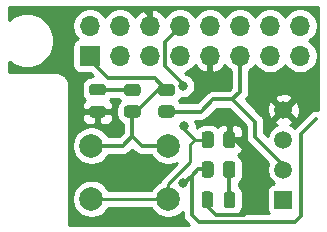
<source format=gtl>
%TF.GenerationSoftware,KiCad,Pcbnew,(5.1.8)-1*%
%TF.CreationDate,2020-12-07T12:25:25-05:00*%
%TF.ProjectId,Raspberry Pi HAT,52617370-6265-4727-9279-205069204841,1.0*%
%TF.SameCoordinates,Original*%
%TF.FileFunction,Copper,L1,Top*%
%TF.FilePolarity,Positive*%
%FSLAX46Y46*%
G04 Gerber Fmt 4.6, Leading zero omitted, Abs format (unit mm)*
G04 Created by KiCad (PCBNEW (5.1.8)-1) date 2020-12-07 12:25:25*
%MOMM*%
%LPD*%
G01*
G04 APERTURE LIST*
%TA.AperFunction,ComponentPad*%
%ADD10C,2.000000*%
%TD*%
%TA.AperFunction,ComponentPad*%
%ADD11R,1.500000X1.500000*%
%TD*%
%TA.AperFunction,ComponentPad*%
%ADD12C,1.500000*%
%TD*%
%TA.AperFunction,ComponentPad*%
%ADD13R,1.700000X1.700000*%
%TD*%
%TA.AperFunction,ComponentPad*%
%ADD14O,1.700000X1.700000*%
%TD*%
%TA.AperFunction,ViaPad*%
%ADD15C,1.000000*%
%TD*%
%TA.AperFunction,ViaPad*%
%ADD16C,0.800000*%
%TD*%
%TA.AperFunction,Conductor*%
%ADD17C,0.300000*%
%TD*%
%TA.AperFunction,Conductor*%
%ADD18C,0.250000*%
%TD*%
%TA.AperFunction,Conductor*%
%ADD19C,0.254000*%
%TD*%
%TA.AperFunction,Conductor*%
%ADD20C,0.100000*%
%TD*%
G04 APERTURE END LIST*
%TO.P,D1,1*%
%TO.N,GND*%
%TA.AperFunction,SMDPad,CuDef*%
G36*
G01*
X121843500Y-109676250D02*
X121843500Y-108763750D01*
G75*
G02*
X122087250Y-108520000I243750J0D01*
G01*
X122574750Y-108520000D01*
G75*
G02*
X122818500Y-108763750I0J-243750D01*
G01*
X122818500Y-109676250D01*
G75*
G02*
X122574750Y-109920000I-243750J0D01*
G01*
X122087250Y-109920000D01*
G75*
G02*
X121843500Y-109676250I0J243750D01*
G01*
G37*
%TD.AperFunction*%
%TO.P,D1,2*%
%TO.N,Net-(D1-Pad2)*%
%TA.AperFunction,SMDPad,CuDef*%
G36*
G01*
X123718500Y-109676250D02*
X123718500Y-108763750D01*
G75*
G02*
X123962250Y-108520000I243750J0D01*
G01*
X124449750Y-108520000D01*
G75*
G02*
X124693500Y-108763750I0J-243750D01*
G01*
X124693500Y-109676250D01*
G75*
G02*
X124449750Y-109920000I-243750J0D01*
G01*
X123962250Y-109920000D01*
G75*
G02*
X123718500Y-109676250I0J243750D01*
G01*
G37*
%TD.AperFunction*%
%TD*%
%TO.P,D2,2*%
%TO.N,Net-(D2-Pad2)*%
%TA.AperFunction,SMDPad,CuDef*%
G36*
G01*
X113486250Y-100388000D02*
X112573750Y-100388000D01*
G75*
G02*
X112330000Y-100144250I0J243750D01*
G01*
X112330000Y-99656750D01*
G75*
G02*
X112573750Y-99413000I243750J0D01*
G01*
X113486250Y-99413000D01*
G75*
G02*
X113730000Y-99656750I0J-243750D01*
G01*
X113730000Y-100144250D01*
G75*
G02*
X113486250Y-100388000I-243750J0D01*
G01*
G37*
%TD.AperFunction*%
%TO.P,D2,1*%
%TO.N,GND*%
%TA.AperFunction,SMDPad,CuDef*%
G36*
G01*
X113486250Y-102263000D02*
X112573750Y-102263000D01*
G75*
G02*
X112330000Y-102019250I0J243750D01*
G01*
X112330000Y-101531750D01*
G75*
G02*
X112573750Y-101288000I243750J0D01*
G01*
X113486250Y-101288000D01*
G75*
G02*
X113730000Y-101531750I0J-243750D01*
G01*
X113730000Y-102019250D01*
G75*
G02*
X113486250Y-102263000I-243750J0D01*
G01*
G37*
%TD.AperFunction*%
%TD*%
%TO.P,R1,1*%
%TO.N,/button_input*%
%TA.AperFunction,SMDPad,CuDef*%
G36*
G01*
X121843500Y-104590001D02*
X121843500Y-103689999D01*
G75*
G02*
X122093499Y-103440000I249999J0D01*
G01*
X122618501Y-103440000D01*
G75*
G02*
X122868500Y-103689999I0J-249999D01*
G01*
X122868500Y-104590001D01*
G75*
G02*
X122618501Y-104840000I-249999J0D01*
G01*
X122093499Y-104840000D01*
G75*
G02*
X121843500Y-104590001I0J249999D01*
G01*
G37*
%TD.AperFunction*%
%TO.P,R1,2*%
%TO.N,GND*%
%TA.AperFunction,SMDPad,CuDef*%
G36*
G01*
X123668500Y-104590001D02*
X123668500Y-103689999D01*
G75*
G02*
X123918499Y-103440000I249999J0D01*
G01*
X124443501Y-103440000D01*
G75*
G02*
X124693500Y-103689999I0J-249999D01*
G01*
X124693500Y-104590001D01*
G75*
G02*
X124443501Y-104840000I-249999J0D01*
G01*
X123918499Y-104840000D01*
G75*
G02*
X123668500Y-104590001I0J249999D01*
G01*
G37*
%TD.AperFunction*%
%TD*%
%TO.P,R2,1*%
%TO.N,Net-(J1-Pad11)*%
%TA.AperFunction,SMDPad,CuDef*%
G36*
G01*
X119322001Y-102263000D02*
X118421999Y-102263000D01*
G75*
G02*
X118172000Y-102013001I0J249999D01*
G01*
X118172000Y-101487999D01*
G75*
G02*
X118421999Y-101238000I249999J0D01*
G01*
X119322001Y-101238000D01*
G75*
G02*
X119572000Y-101487999I0J-249999D01*
G01*
X119572000Y-102013001D01*
G75*
G02*
X119322001Y-102263000I-249999J0D01*
G01*
G37*
%TD.AperFunction*%
%TO.P,R2,2*%
%TO.N,VCC*%
%TA.AperFunction,SMDPad,CuDef*%
G36*
G01*
X119322001Y-100438000D02*
X118421999Y-100438000D01*
G75*
G02*
X118172000Y-100188001I0J249999D01*
G01*
X118172000Y-99662999D01*
G75*
G02*
X118421999Y-99413000I249999J0D01*
G01*
X119322001Y-99413000D01*
G75*
G02*
X119572000Y-99662999I0J-249999D01*
G01*
X119572000Y-100188001D01*
G75*
G02*
X119322001Y-100438000I-249999J0D01*
G01*
G37*
%TD.AperFunction*%
%TD*%
%TO.P,R3,2*%
%TO.N,Net-(D1-Pad2)*%
%TA.AperFunction,SMDPad,CuDef*%
G36*
G01*
X123668500Y-107107501D02*
X123668500Y-106207499D01*
G75*
G02*
X123918499Y-105957500I249999J0D01*
G01*
X124443501Y-105957500D01*
G75*
G02*
X124693500Y-106207499I0J-249999D01*
G01*
X124693500Y-107107501D01*
G75*
G02*
X124443501Y-107357500I-249999J0D01*
G01*
X123918499Y-107357500D01*
G75*
G02*
X123668500Y-107107501I0J249999D01*
G01*
G37*
%TD.AperFunction*%
%TO.P,R3,1*%
%TO.N,Net-(J1-Pad7)*%
%TA.AperFunction,SMDPad,CuDef*%
G36*
G01*
X121843500Y-107107501D02*
X121843500Y-106207499D01*
G75*
G02*
X122093499Y-105957500I249999J0D01*
G01*
X122618501Y-105957500D01*
G75*
G02*
X122868500Y-106207499I0J-249999D01*
G01*
X122868500Y-107107501D01*
G75*
G02*
X122618501Y-107357500I-249999J0D01*
G01*
X122093499Y-107357500D01*
G75*
G02*
X121843500Y-107107501I0J249999D01*
G01*
G37*
%TD.AperFunction*%
%TD*%
%TO.P,R4,2*%
%TO.N,Net-(D2-Pad2)*%
%TA.AperFunction,SMDPad,CuDef*%
G36*
G01*
X116423501Y-100438000D02*
X115523499Y-100438000D01*
G75*
G02*
X115273500Y-100188001I0J249999D01*
G01*
X115273500Y-99662999D01*
G75*
G02*
X115523499Y-99413000I249999J0D01*
G01*
X116423501Y-99413000D01*
G75*
G02*
X116673500Y-99662999I0J-249999D01*
G01*
X116673500Y-100188001D01*
G75*
G02*
X116423501Y-100438000I-249999J0D01*
G01*
G37*
%TD.AperFunction*%
%TO.P,R4,1*%
%TO.N,VCC*%
%TA.AperFunction,SMDPad,CuDef*%
G36*
G01*
X116423501Y-102263000D02*
X115523499Y-102263000D01*
G75*
G02*
X115273500Y-102013001I0J249999D01*
G01*
X115273500Y-101487999D01*
G75*
G02*
X115523499Y-101238000I249999J0D01*
G01*
X116423501Y-101238000D01*
G75*
G02*
X116673500Y-101487999I0J-249999D01*
G01*
X116673500Y-102013001D01*
G75*
G02*
X116423501Y-102263000I-249999J0D01*
G01*
G37*
%TD.AperFunction*%
%TD*%
D10*
%TO.P,SW1,2*%
%TO.N,/button_input*%
X112522000Y-109148000D03*
%TO.P,SW1,1*%
%TO.N,VCC*%
X112522000Y-104648000D03*
%TO.P,SW1,2*%
%TO.N,/button_input*%
X119022000Y-109148000D03*
%TO.P,SW1,1*%
%TO.N,VCC*%
X119022000Y-104648000D03*
%TD*%
D11*
%TO.P,U1,1*%
%TO.N,VCC*%
X128778000Y-109220000D03*
D12*
%TO.P,U1,2*%
%TO.N,Net-(J1-Pad11)*%
X128778000Y-106680000D03*
%TO.P,U1,3*%
%TO.N,Net-(U1-Pad3)*%
X128778000Y-104140000D03*
%TO.P,U1,4*%
%TO.N,GND*%
X128778000Y-101600000D03*
%TD*%
D13*
%TO.P,J1,1*%
%TO.N,VCC*%
X112395000Y-97028000D03*
D14*
%TO.P,J1,2*%
%TO.N,Net-(J1-Pad2)*%
X112395000Y-94488000D03*
%TO.P,J1,3*%
%TO.N,Net-(J1-Pad3)*%
X114935000Y-97028000D03*
%TO.P,J1,4*%
%TO.N,Net-(J1-Pad4)*%
X114935000Y-94488000D03*
%TO.P,J1,5*%
%TO.N,Net-(J1-Pad5)*%
X117475000Y-97028000D03*
%TO.P,J1,6*%
%TO.N,GND*%
X117475000Y-94488000D03*
%TO.P,J1,7*%
%TO.N,Net-(J1-Pad7)*%
X120015000Y-97028000D03*
%TO.P,J1,8*%
%TO.N,/button_input*%
X120015000Y-94488000D03*
%TO.P,J1,9*%
%TO.N,GND*%
X122555000Y-97028000D03*
%TO.P,J1,10*%
%TO.N,Net-(J1-Pad10)*%
X122555000Y-94488000D03*
%TO.P,J1,11*%
%TO.N,Net-(J1-Pad11)*%
X125095000Y-97028000D03*
%TO.P,J1,12*%
%TO.N,Net-(J1-Pad12)*%
X125095000Y-94488000D03*
%TO.P,J1,13*%
%TO.N,Net-(J1-Pad13)*%
X127635000Y-97028000D03*
%TO.P,J1,14*%
%TO.N,Net-(J1-Pad14)*%
X127635000Y-94488000D03*
%TO.P,J1,15*%
%TO.N,Net-(J1-Pad15)*%
X130175000Y-97028000D03*
%TO.P,J1,16*%
%TO.N,Net-(J1-Pad16)*%
X130175000Y-94488000D03*
%TD*%
D15*
%TO.N,GND*%
X124206000Y-102235000D03*
D16*
%TO.N,Net-(J1-Pad7)*%
X120269000Y-107823000D03*
%TO.N,/button_input*%
X120269000Y-99568000D03*
X120396000Y-102997000D03*
%TD*%
D17*
%TO.N,GND*%
X122331000Y-109220000D02*
X122331000Y-109190000D01*
X124181000Y-102260000D02*
X124206000Y-102235000D01*
X124181000Y-104140000D02*
X124181000Y-102260000D01*
X124181000Y-104140000D02*
X124714000Y-104140000D01*
X124714000Y-104140000D02*
X125730000Y-105156000D01*
X125730000Y-105156000D02*
X125730000Y-110236000D01*
X111506000Y-101219000D02*
X112062500Y-101775500D01*
X112062500Y-101775500D02*
X113030000Y-101775500D01*
X122331000Y-109220000D02*
X122331000Y-109758000D01*
X122331000Y-109758000D02*
X123063000Y-110490000D01*
X125476000Y-110490000D02*
X125730000Y-110236000D01*
X123063000Y-110490000D02*
X125476000Y-110490000D01*
X111506000Y-101219000D02*
X111506000Y-99314000D01*
X111506000Y-99314000D02*
X110617000Y-98425000D01*
X110617000Y-98425000D02*
X110617000Y-93599000D01*
X110617000Y-93599000D02*
X111252000Y-92964000D01*
X111252000Y-92964000D02*
X116840000Y-92964000D01*
X117475000Y-93599000D02*
X117475000Y-94488000D01*
X116840000Y-92964000D02*
X117475000Y-93599000D01*
%TO.N,Net-(D1-Pad2)*%
X124206000Y-106682500D02*
X124181000Y-106657500D01*
X124206000Y-109220000D02*
X124206000Y-106682500D01*
%TO.N,Net-(D2-Pad2)*%
X115948500Y-99900500D02*
X115973500Y-99925500D01*
X113030000Y-99900500D02*
X115948500Y-99900500D01*
%TO.N,VCC*%
X115973500Y-101750500D02*
X116308500Y-101750500D01*
X118133500Y-99925500D02*
X118872000Y-99925500D01*
X116308500Y-101750500D02*
X118133500Y-99925500D01*
X112522000Y-104648000D02*
X113284000Y-104648000D01*
X112522000Y-104648000D02*
X115189000Y-104648000D01*
X115973500Y-103863500D02*
X115973500Y-101750500D01*
X115189000Y-104648000D02*
X115973500Y-103863500D01*
X116758000Y-104648000D02*
X115973500Y-103863500D01*
X119022000Y-104648000D02*
X116758000Y-104648000D01*
X112395000Y-97028000D02*
X112522000Y-97028000D01*
X112395000Y-97028000D02*
X112395000Y-97409000D01*
X112395000Y-97409000D02*
X113919000Y-98933000D01*
X117879500Y-98933000D02*
X118872000Y-99925500D01*
X113919000Y-98933000D02*
X117879500Y-98933000D01*
%TO.N,Net-(J1-Pad7)*%
X120269000Y-107823000D02*
X120396000Y-107823000D01*
X120396000Y-107823000D02*
X121031000Y-107188000D01*
X121031000Y-110490000D02*
X121031000Y-107188000D01*
X130302000Y-103632000D02*
X130302000Y-110617000D01*
X130302000Y-110617000D02*
X129794000Y-111125000D01*
X121666000Y-111125000D02*
X121031000Y-110490000D01*
X129794000Y-111125000D02*
X121666000Y-111125000D01*
X131572000Y-102362000D02*
X130302000Y-103632000D01*
X121561500Y-106657500D02*
X122356000Y-106657500D01*
X121031000Y-107188000D02*
X121561500Y-106657500D01*
D18*
%TO.N,/button_input*%
X112522000Y-109148000D02*
X119022000Y-109148000D01*
X119022000Y-109148000D02*
X119022000Y-107927000D01*
X119022000Y-107927000D02*
X120904000Y-106045000D01*
X120904000Y-106045000D02*
X120904000Y-104521000D01*
X121285000Y-104140000D02*
X122356000Y-104140000D01*
X120904000Y-104521000D02*
X121285000Y-104140000D01*
D17*
X120015000Y-94488000D02*
X120142000Y-94488000D01*
X120142000Y-94488000D02*
X118745000Y-95885000D01*
X118745000Y-95885000D02*
X118745000Y-97917000D01*
X118745000Y-97917000D02*
X120269000Y-99441000D01*
X120269000Y-99441000D02*
X120269000Y-99568000D01*
X120396000Y-102997000D02*
X120523000Y-102997000D01*
X120396000Y-103251000D02*
X121285000Y-104140000D01*
X120396000Y-102997000D02*
X120396000Y-103251000D01*
%TO.N,Net-(J1-Pad11)*%
X128778000Y-106680000D02*
X128778000Y-106426000D01*
X128778000Y-106680000D02*
X128778000Y-106299000D01*
X128778000Y-106299000D02*
X126365000Y-103886000D01*
X121562500Y-101750500D02*
X118872000Y-101750500D01*
X124460000Y-100711000D02*
X122809000Y-100711000D01*
X121769500Y-101750500D02*
X121562500Y-101750500D01*
X122809000Y-100711000D02*
X121769500Y-101750500D01*
X126365000Y-102616000D02*
X124460000Y-100711000D01*
X126365000Y-103886000D02*
X126365000Y-102616000D01*
X125095000Y-100076000D02*
X124460000Y-100711000D01*
X125095000Y-97028000D02*
X125095000Y-100076000D01*
%TD*%
D19*
%TO.N,GND*%
X131674001Y-101583249D02*
X131571999Y-101573203D01*
X131418112Y-101588359D01*
X131270140Y-101633247D01*
X131133767Y-101706139D01*
X131044187Y-101779655D01*
X129774190Y-103049653D01*
X129744236Y-103074236D01*
X129711189Y-103114504D01*
X129660886Y-103064201D01*
X129434043Y-102912629D01*
X129334721Y-102871489D01*
X129376832Y-102856277D01*
X129489863Y-102795860D01*
X129555388Y-102556993D01*
X128778000Y-101779605D01*
X128000612Y-102556993D01*
X128066137Y-102795860D01*
X128224477Y-102870164D01*
X128121957Y-102912629D01*
X127895114Y-103064201D01*
X127702201Y-103257114D01*
X127550629Y-103483957D01*
X127446225Y-103736011D01*
X127426140Y-103836983D01*
X127150000Y-103560843D01*
X127150000Y-102654556D01*
X127153797Y-102616000D01*
X127150000Y-102577444D01*
X127150000Y-102577439D01*
X127145869Y-102535500D01*
X127138642Y-102462113D01*
X127093754Y-102314140D01*
X127066419Y-102263000D01*
X127020862Y-102177767D01*
X126922764Y-102058236D01*
X126892810Y-102033653D01*
X126531649Y-101672492D01*
X127388188Y-101672492D01*
X127429035Y-101942238D01*
X127521723Y-102198832D01*
X127582140Y-102311863D01*
X127821007Y-102377388D01*
X128598395Y-101600000D01*
X128957605Y-101600000D01*
X129734993Y-102377388D01*
X129973860Y-102311863D01*
X130089760Y-102064884D01*
X130155250Y-101800040D01*
X130167812Y-101527508D01*
X130126965Y-101257762D01*
X130034277Y-101001168D01*
X129973860Y-100888137D01*
X129734993Y-100822612D01*
X128957605Y-101600000D01*
X128598395Y-101600000D01*
X127821007Y-100822612D01*
X127582140Y-100888137D01*
X127466240Y-101135116D01*
X127400750Y-101399960D01*
X127388188Y-101672492D01*
X126531649Y-101672492D01*
X125570157Y-100711000D01*
X125622810Y-100658347D01*
X125641501Y-100643007D01*
X128000612Y-100643007D01*
X128778000Y-101420395D01*
X129555388Y-100643007D01*
X129489863Y-100404140D01*
X129242884Y-100288240D01*
X128978040Y-100222750D01*
X128705508Y-100210188D01*
X128435762Y-100251035D01*
X128179168Y-100343723D01*
X128066137Y-100404140D01*
X128000612Y-100643007D01*
X125641501Y-100643007D01*
X125652764Y-100633764D01*
X125750862Y-100514233D01*
X125823754Y-100377860D01*
X125830143Y-100356798D01*
X125868642Y-100229887D01*
X125876785Y-100147201D01*
X125880000Y-100114561D01*
X125880000Y-100114556D01*
X125883797Y-100076000D01*
X125880000Y-100037444D01*
X125880000Y-98289474D01*
X126041632Y-98181475D01*
X126248475Y-97974632D01*
X126365000Y-97800240D01*
X126481525Y-97974632D01*
X126688368Y-98181475D01*
X126931589Y-98343990D01*
X127201842Y-98455932D01*
X127488740Y-98513000D01*
X127781260Y-98513000D01*
X128068158Y-98455932D01*
X128338411Y-98343990D01*
X128581632Y-98181475D01*
X128788475Y-97974632D01*
X128905000Y-97800240D01*
X129021525Y-97974632D01*
X129228368Y-98181475D01*
X129471589Y-98343990D01*
X129741842Y-98455932D01*
X130028740Y-98513000D01*
X130321260Y-98513000D01*
X130608158Y-98455932D01*
X130878411Y-98343990D01*
X131121632Y-98181475D01*
X131328475Y-97974632D01*
X131490990Y-97731411D01*
X131602932Y-97461158D01*
X131660000Y-97174260D01*
X131660000Y-96881740D01*
X131602932Y-96594842D01*
X131490990Y-96324589D01*
X131328475Y-96081368D01*
X131121632Y-95874525D01*
X130947240Y-95758000D01*
X131121632Y-95641475D01*
X131328475Y-95434632D01*
X131490990Y-95191411D01*
X131602932Y-94921158D01*
X131660000Y-94634260D01*
X131660000Y-94341740D01*
X131602932Y-94054842D01*
X131490990Y-93784589D01*
X131328475Y-93541368D01*
X131121632Y-93334525D01*
X130878411Y-93172010D01*
X130608158Y-93060068D01*
X130321260Y-93003000D01*
X130028740Y-93003000D01*
X129741842Y-93060068D01*
X129471589Y-93172010D01*
X129228368Y-93334525D01*
X129021525Y-93541368D01*
X128905000Y-93715760D01*
X128788475Y-93541368D01*
X128581632Y-93334525D01*
X128338411Y-93172010D01*
X128068158Y-93060068D01*
X127781260Y-93003000D01*
X127488740Y-93003000D01*
X127201842Y-93060068D01*
X126931589Y-93172010D01*
X126688368Y-93334525D01*
X126481525Y-93541368D01*
X126365000Y-93715760D01*
X126248475Y-93541368D01*
X126041632Y-93334525D01*
X125798411Y-93172010D01*
X125528158Y-93060068D01*
X125241260Y-93003000D01*
X124948740Y-93003000D01*
X124661842Y-93060068D01*
X124391589Y-93172010D01*
X124148368Y-93334525D01*
X123941525Y-93541368D01*
X123825000Y-93715760D01*
X123708475Y-93541368D01*
X123501632Y-93334525D01*
X123258411Y-93172010D01*
X122988158Y-93060068D01*
X122701260Y-93003000D01*
X122408740Y-93003000D01*
X122121842Y-93060068D01*
X121851589Y-93172010D01*
X121608368Y-93334525D01*
X121401525Y-93541368D01*
X121285000Y-93715760D01*
X121168475Y-93541368D01*
X120961632Y-93334525D01*
X120718411Y-93172010D01*
X120448158Y-93060068D01*
X120161260Y-93003000D01*
X119868740Y-93003000D01*
X119581842Y-93060068D01*
X119311589Y-93172010D01*
X119068368Y-93334525D01*
X118861525Y-93541368D01*
X118739805Y-93723534D01*
X118670178Y-93606645D01*
X118475269Y-93390412D01*
X118241920Y-93216359D01*
X117979099Y-93091175D01*
X117831890Y-93046524D01*
X117602000Y-93167845D01*
X117602000Y-94361000D01*
X117622000Y-94361000D01*
X117622000Y-94615000D01*
X117602000Y-94615000D01*
X117602000Y-94635000D01*
X117348000Y-94635000D01*
X117348000Y-94615000D01*
X117328000Y-94615000D01*
X117328000Y-94361000D01*
X117348000Y-94361000D01*
X117348000Y-93167845D01*
X117118110Y-93046524D01*
X116970901Y-93091175D01*
X116708080Y-93216359D01*
X116474731Y-93390412D01*
X116279822Y-93606645D01*
X116210195Y-93723534D01*
X116088475Y-93541368D01*
X115881632Y-93334525D01*
X115638411Y-93172010D01*
X115368158Y-93060068D01*
X115081260Y-93003000D01*
X114788740Y-93003000D01*
X114501842Y-93060068D01*
X114231589Y-93172010D01*
X113988368Y-93334525D01*
X113781525Y-93541368D01*
X113665000Y-93715760D01*
X113548475Y-93541368D01*
X113341632Y-93334525D01*
X113098411Y-93172010D01*
X112828158Y-93060068D01*
X112541260Y-93003000D01*
X112248740Y-93003000D01*
X111961842Y-93060068D01*
X111691589Y-93172010D01*
X111448368Y-93334525D01*
X111241525Y-93541368D01*
X111079010Y-93784589D01*
X110967068Y-94054842D01*
X110910000Y-94341740D01*
X110910000Y-94634260D01*
X110967068Y-94921158D01*
X111079010Y-95191411D01*
X111241525Y-95434632D01*
X111373380Y-95566487D01*
X111300820Y-95588498D01*
X111190506Y-95647463D01*
X111093815Y-95726815D01*
X111014463Y-95823506D01*
X110955498Y-95933820D01*
X110919188Y-96053518D01*
X110906928Y-96178000D01*
X110906928Y-97878000D01*
X110919188Y-98002482D01*
X110955498Y-98122180D01*
X111014463Y-98232494D01*
X111093815Y-98329185D01*
X111190506Y-98408537D01*
X111300820Y-98467502D01*
X111420518Y-98503812D01*
X111545000Y-98516072D01*
X112391915Y-98516072D01*
X112650770Y-98774928D01*
X112573750Y-98774928D01*
X112401715Y-98791872D01*
X112236291Y-98842053D01*
X112083836Y-98923542D01*
X111950208Y-99033208D01*
X111840542Y-99166836D01*
X111759053Y-99319291D01*
X111708872Y-99484715D01*
X111691928Y-99656750D01*
X111691928Y-100144250D01*
X111708872Y-100316285D01*
X111759053Y-100481709D01*
X111840542Y-100634164D01*
X111950208Y-100767792D01*
X111956564Y-100773008D01*
X111878815Y-100836815D01*
X111799463Y-100933506D01*
X111740498Y-101043820D01*
X111704188Y-101163518D01*
X111691928Y-101288000D01*
X111695000Y-101489750D01*
X111853750Y-101648500D01*
X112903000Y-101648500D01*
X112903000Y-101628500D01*
X113157000Y-101628500D01*
X113157000Y-101648500D01*
X114206250Y-101648500D01*
X114365000Y-101489750D01*
X114368072Y-101288000D01*
X114355812Y-101163518D01*
X114319502Y-101043820D01*
X114260537Y-100933506D01*
X114181185Y-100836815D01*
X114103436Y-100773008D01*
X114109792Y-100767792D01*
X114177328Y-100685500D01*
X114788470Y-100685500D01*
X114895538Y-100815962D01*
X114922391Y-100838000D01*
X114895538Y-100860038D01*
X114785095Y-100994613D01*
X114703028Y-101148149D01*
X114652492Y-101314745D01*
X114635428Y-101487999D01*
X114635428Y-102013001D01*
X114652492Y-102186255D01*
X114703028Y-102352851D01*
X114785095Y-102506387D01*
X114895538Y-102640962D01*
X115030113Y-102751405D01*
X115183649Y-102833472D01*
X115188500Y-102834944D01*
X115188500Y-103538343D01*
X114863843Y-103863000D01*
X113963877Y-103863000D01*
X113791987Y-103605748D01*
X113564252Y-103378013D01*
X113296463Y-103199082D01*
X112998912Y-103075832D01*
X112683033Y-103013000D01*
X112360967Y-103013000D01*
X112045088Y-103075832D01*
X111747537Y-103199082D01*
X111479748Y-103378013D01*
X111252013Y-103605748D01*
X111073082Y-103873537D01*
X110949832Y-104171088D01*
X110887000Y-104486967D01*
X110887000Y-104809033D01*
X110949832Y-105124912D01*
X111073082Y-105422463D01*
X111252013Y-105690252D01*
X111479748Y-105917987D01*
X111747537Y-106096918D01*
X112045088Y-106220168D01*
X112360967Y-106283000D01*
X112683033Y-106283000D01*
X112998912Y-106220168D01*
X113296463Y-106096918D01*
X113564252Y-105917987D01*
X113791987Y-105690252D01*
X113963877Y-105433000D01*
X115150447Y-105433000D01*
X115189000Y-105436797D01*
X115227553Y-105433000D01*
X115227561Y-105433000D01*
X115342887Y-105421641D01*
X115490860Y-105376754D01*
X115627233Y-105303862D01*
X115746764Y-105205764D01*
X115771347Y-105175810D01*
X115973500Y-104973657D01*
X116175653Y-105175810D01*
X116200236Y-105205764D01*
X116319767Y-105303862D01*
X116444509Y-105370537D01*
X116456140Y-105376754D01*
X116604113Y-105421642D01*
X116679026Y-105429020D01*
X116719439Y-105433000D01*
X116719444Y-105433000D01*
X116758000Y-105436797D01*
X116796556Y-105433000D01*
X117580123Y-105433000D01*
X117752013Y-105690252D01*
X117979748Y-105917987D01*
X118247537Y-106096918D01*
X118545088Y-106220168D01*
X118860967Y-106283000D01*
X119183033Y-106283000D01*
X119498912Y-106220168D01*
X119763716Y-106110482D01*
X118510998Y-107363201D01*
X118482000Y-107386999D01*
X118458202Y-107415997D01*
X118458201Y-107415998D01*
X118387026Y-107502724D01*
X118316454Y-107634754D01*
X118304041Y-107675677D01*
X118247537Y-107699082D01*
X117979748Y-107878013D01*
X117752013Y-108105748D01*
X117573082Y-108373537D01*
X117567091Y-108388000D01*
X113976909Y-108388000D01*
X113970918Y-108373537D01*
X113791987Y-108105748D01*
X113564252Y-107878013D01*
X113296463Y-107699082D01*
X112998912Y-107575832D01*
X112683033Y-107513000D01*
X112360967Y-107513000D01*
X112045088Y-107575832D01*
X111747537Y-107699082D01*
X111479748Y-107878013D01*
X111252013Y-108105748D01*
X111073082Y-108373537D01*
X110949832Y-108671088D01*
X110887000Y-108986967D01*
X110887000Y-109309033D01*
X110949832Y-109624912D01*
X111073082Y-109922463D01*
X111252013Y-110190252D01*
X111479748Y-110417987D01*
X111747537Y-110596918D01*
X112045088Y-110720168D01*
X112360967Y-110783000D01*
X112683033Y-110783000D01*
X112998912Y-110720168D01*
X113296463Y-110596918D01*
X113564252Y-110417987D01*
X113791987Y-110190252D01*
X113970918Y-109922463D01*
X113976909Y-109908000D01*
X117567091Y-109908000D01*
X117573082Y-109922463D01*
X117752013Y-110190252D01*
X117979748Y-110417987D01*
X118247537Y-110596918D01*
X118545088Y-110720168D01*
X118860967Y-110783000D01*
X119183033Y-110783000D01*
X119498912Y-110720168D01*
X119796463Y-110596918D01*
X120064252Y-110417987D01*
X120246000Y-110236239D01*
X120246000Y-110451447D01*
X120242203Y-110490000D01*
X120246000Y-110528553D01*
X120246000Y-110528560D01*
X120257359Y-110643886D01*
X120302246Y-110791859D01*
X120375138Y-110928232D01*
X120473236Y-111047764D01*
X120503190Y-111072347D01*
X120784843Y-111354000D01*
X110642000Y-111354000D01*
X110642000Y-102263000D01*
X111691928Y-102263000D01*
X111704188Y-102387482D01*
X111740498Y-102507180D01*
X111799463Y-102617494D01*
X111878815Y-102714185D01*
X111975506Y-102793537D01*
X112085820Y-102852502D01*
X112205518Y-102888812D01*
X112330000Y-102901072D01*
X112744250Y-102898000D01*
X112903000Y-102739250D01*
X112903000Y-101902500D01*
X113157000Y-101902500D01*
X113157000Y-102739250D01*
X113315750Y-102898000D01*
X113730000Y-102901072D01*
X113854482Y-102888812D01*
X113974180Y-102852502D01*
X114084494Y-102793537D01*
X114181185Y-102714185D01*
X114260537Y-102617494D01*
X114319502Y-102507180D01*
X114355812Y-102387482D01*
X114368072Y-102263000D01*
X114365000Y-102061250D01*
X114206250Y-101902500D01*
X113157000Y-101902500D01*
X112903000Y-101902500D01*
X111853750Y-101902500D01*
X111695000Y-102061250D01*
X111691928Y-102263000D01*
X110642000Y-102263000D01*
X110642000Y-99535581D01*
X110639251Y-99507668D01*
X110639272Y-99504633D01*
X110638372Y-99495462D01*
X110633238Y-99446616D01*
X110632450Y-99438617D01*
X110632369Y-99438350D01*
X110628008Y-99396860D01*
X110615984Y-99338286D01*
X110604771Y-99279504D01*
X110602107Y-99270683D01*
X110572789Y-99175973D01*
X110549636Y-99120895D01*
X110527202Y-99065368D01*
X110522875Y-99057232D01*
X110475720Y-98970020D01*
X110442270Y-98920429D01*
X110409514Y-98870371D01*
X110403689Y-98863230D01*
X110340493Y-98786838D01*
X110298058Y-98744699D01*
X110256195Y-98701949D01*
X110249094Y-98696075D01*
X110172263Y-98633413D01*
X110122467Y-98600329D01*
X110073079Y-98566512D01*
X110064973Y-98562130D01*
X109977434Y-98515585D01*
X109922159Y-98492803D01*
X109867149Y-98469225D01*
X109858346Y-98466500D01*
X109763432Y-98437844D01*
X109704752Y-98426225D01*
X109646242Y-98413788D01*
X109637077Y-98412825D01*
X109538406Y-98403150D01*
X109538402Y-98403150D01*
X109506419Y-98400000D01*
X105562000Y-98400000D01*
X105562000Y-97539658D01*
X105582229Y-97559887D01*
X105962174Y-97813758D01*
X106384346Y-97988628D01*
X106832522Y-98077776D01*
X107289478Y-98077776D01*
X107737654Y-97988628D01*
X108159826Y-97813758D01*
X108539771Y-97559887D01*
X108862887Y-97236771D01*
X109116758Y-96856826D01*
X109291628Y-96434654D01*
X109380776Y-95986478D01*
X109380776Y-95529522D01*
X109291628Y-95081346D01*
X109116758Y-94659174D01*
X108862887Y-94279229D01*
X108539771Y-93956113D01*
X108159826Y-93702242D01*
X107737654Y-93527372D01*
X107289478Y-93438224D01*
X106832522Y-93438224D01*
X106384346Y-93527372D01*
X105962174Y-93702242D01*
X105582229Y-93956113D01*
X105562000Y-93976342D01*
X105562000Y-92862000D01*
X131674001Y-92862000D01*
X131674001Y-101583249D01*
%TA.AperFunction,Conductor*%
D20*
G36*
X131674001Y-101583249D02*
G01*
X131571999Y-101573203D01*
X131418112Y-101588359D01*
X131270140Y-101633247D01*
X131133767Y-101706139D01*
X131044187Y-101779655D01*
X129774190Y-103049653D01*
X129744236Y-103074236D01*
X129711189Y-103114504D01*
X129660886Y-103064201D01*
X129434043Y-102912629D01*
X129334721Y-102871489D01*
X129376832Y-102856277D01*
X129489863Y-102795860D01*
X129555388Y-102556993D01*
X128778000Y-101779605D01*
X128000612Y-102556993D01*
X128066137Y-102795860D01*
X128224477Y-102870164D01*
X128121957Y-102912629D01*
X127895114Y-103064201D01*
X127702201Y-103257114D01*
X127550629Y-103483957D01*
X127446225Y-103736011D01*
X127426140Y-103836983D01*
X127150000Y-103560843D01*
X127150000Y-102654556D01*
X127153797Y-102616000D01*
X127150000Y-102577444D01*
X127150000Y-102577439D01*
X127145869Y-102535500D01*
X127138642Y-102462113D01*
X127093754Y-102314140D01*
X127066419Y-102263000D01*
X127020862Y-102177767D01*
X126922764Y-102058236D01*
X126892810Y-102033653D01*
X126531649Y-101672492D01*
X127388188Y-101672492D01*
X127429035Y-101942238D01*
X127521723Y-102198832D01*
X127582140Y-102311863D01*
X127821007Y-102377388D01*
X128598395Y-101600000D01*
X128957605Y-101600000D01*
X129734993Y-102377388D01*
X129973860Y-102311863D01*
X130089760Y-102064884D01*
X130155250Y-101800040D01*
X130167812Y-101527508D01*
X130126965Y-101257762D01*
X130034277Y-101001168D01*
X129973860Y-100888137D01*
X129734993Y-100822612D01*
X128957605Y-101600000D01*
X128598395Y-101600000D01*
X127821007Y-100822612D01*
X127582140Y-100888137D01*
X127466240Y-101135116D01*
X127400750Y-101399960D01*
X127388188Y-101672492D01*
X126531649Y-101672492D01*
X125570157Y-100711000D01*
X125622810Y-100658347D01*
X125641501Y-100643007D01*
X128000612Y-100643007D01*
X128778000Y-101420395D01*
X129555388Y-100643007D01*
X129489863Y-100404140D01*
X129242884Y-100288240D01*
X128978040Y-100222750D01*
X128705508Y-100210188D01*
X128435762Y-100251035D01*
X128179168Y-100343723D01*
X128066137Y-100404140D01*
X128000612Y-100643007D01*
X125641501Y-100643007D01*
X125652764Y-100633764D01*
X125750862Y-100514233D01*
X125823754Y-100377860D01*
X125830143Y-100356798D01*
X125868642Y-100229887D01*
X125876785Y-100147201D01*
X125880000Y-100114561D01*
X125880000Y-100114556D01*
X125883797Y-100076000D01*
X125880000Y-100037444D01*
X125880000Y-98289474D01*
X126041632Y-98181475D01*
X126248475Y-97974632D01*
X126365000Y-97800240D01*
X126481525Y-97974632D01*
X126688368Y-98181475D01*
X126931589Y-98343990D01*
X127201842Y-98455932D01*
X127488740Y-98513000D01*
X127781260Y-98513000D01*
X128068158Y-98455932D01*
X128338411Y-98343990D01*
X128581632Y-98181475D01*
X128788475Y-97974632D01*
X128905000Y-97800240D01*
X129021525Y-97974632D01*
X129228368Y-98181475D01*
X129471589Y-98343990D01*
X129741842Y-98455932D01*
X130028740Y-98513000D01*
X130321260Y-98513000D01*
X130608158Y-98455932D01*
X130878411Y-98343990D01*
X131121632Y-98181475D01*
X131328475Y-97974632D01*
X131490990Y-97731411D01*
X131602932Y-97461158D01*
X131660000Y-97174260D01*
X131660000Y-96881740D01*
X131602932Y-96594842D01*
X131490990Y-96324589D01*
X131328475Y-96081368D01*
X131121632Y-95874525D01*
X130947240Y-95758000D01*
X131121632Y-95641475D01*
X131328475Y-95434632D01*
X131490990Y-95191411D01*
X131602932Y-94921158D01*
X131660000Y-94634260D01*
X131660000Y-94341740D01*
X131602932Y-94054842D01*
X131490990Y-93784589D01*
X131328475Y-93541368D01*
X131121632Y-93334525D01*
X130878411Y-93172010D01*
X130608158Y-93060068D01*
X130321260Y-93003000D01*
X130028740Y-93003000D01*
X129741842Y-93060068D01*
X129471589Y-93172010D01*
X129228368Y-93334525D01*
X129021525Y-93541368D01*
X128905000Y-93715760D01*
X128788475Y-93541368D01*
X128581632Y-93334525D01*
X128338411Y-93172010D01*
X128068158Y-93060068D01*
X127781260Y-93003000D01*
X127488740Y-93003000D01*
X127201842Y-93060068D01*
X126931589Y-93172010D01*
X126688368Y-93334525D01*
X126481525Y-93541368D01*
X126365000Y-93715760D01*
X126248475Y-93541368D01*
X126041632Y-93334525D01*
X125798411Y-93172010D01*
X125528158Y-93060068D01*
X125241260Y-93003000D01*
X124948740Y-93003000D01*
X124661842Y-93060068D01*
X124391589Y-93172010D01*
X124148368Y-93334525D01*
X123941525Y-93541368D01*
X123825000Y-93715760D01*
X123708475Y-93541368D01*
X123501632Y-93334525D01*
X123258411Y-93172010D01*
X122988158Y-93060068D01*
X122701260Y-93003000D01*
X122408740Y-93003000D01*
X122121842Y-93060068D01*
X121851589Y-93172010D01*
X121608368Y-93334525D01*
X121401525Y-93541368D01*
X121285000Y-93715760D01*
X121168475Y-93541368D01*
X120961632Y-93334525D01*
X120718411Y-93172010D01*
X120448158Y-93060068D01*
X120161260Y-93003000D01*
X119868740Y-93003000D01*
X119581842Y-93060068D01*
X119311589Y-93172010D01*
X119068368Y-93334525D01*
X118861525Y-93541368D01*
X118739805Y-93723534D01*
X118670178Y-93606645D01*
X118475269Y-93390412D01*
X118241920Y-93216359D01*
X117979099Y-93091175D01*
X117831890Y-93046524D01*
X117602000Y-93167845D01*
X117602000Y-94361000D01*
X117622000Y-94361000D01*
X117622000Y-94615000D01*
X117602000Y-94615000D01*
X117602000Y-94635000D01*
X117348000Y-94635000D01*
X117348000Y-94615000D01*
X117328000Y-94615000D01*
X117328000Y-94361000D01*
X117348000Y-94361000D01*
X117348000Y-93167845D01*
X117118110Y-93046524D01*
X116970901Y-93091175D01*
X116708080Y-93216359D01*
X116474731Y-93390412D01*
X116279822Y-93606645D01*
X116210195Y-93723534D01*
X116088475Y-93541368D01*
X115881632Y-93334525D01*
X115638411Y-93172010D01*
X115368158Y-93060068D01*
X115081260Y-93003000D01*
X114788740Y-93003000D01*
X114501842Y-93060068D01*
X114231589Y-93172010D01*
X113988368Y-93334525D01*
X113781525Y-93541368D01*
X113665000Y-93715760D01*
X113548475Y-93541368D01*
X113341632Y-93334525D01*
X113098411Y-93172010D01*
X112828158Y-93060068D01*
X112541260Y-93003000D01*
X112248740Y-93003000D01*
X111961842Y-93060068D01*
X111691589Y-93172010D01*
X111448368Y-93334525D01*
X111241525Y-93541368D01*
X111079010Y-93784589D01*
X110967068Y-94054842D01*
X110910000Y-94341740D01*
X110910000Y-94634260D01*
X110967068Y-94921158D01*
X111079010Y-95191411D01*
X111241525Y-95434632D01*
X111373380Y-95566487D01*
X111300820Y-95588498D01*
X111190506Y-95647463D01*
X111093815Y-95726815D01*
X111014463Y-95823506D01*
X110955498Y-95933820D01*
X110919188Y-96053518D01*
X110906928Y-96178000D01*
X110906928Y-97878000D01*
X110919188Y-98002482D01*
X110955498Y-98122180D01*
X111014463Y-98232494D01*
X111093815Y-98329185D01*
X111190506Y-98408537D01*
X111300820Y-98467502D01*
X111420518Y-98503812D01*
X111545000Y-98516072D01*
X112391915Y-98516072D01*
X112650770Y-98774928D01*
X112573750Y-98774928D01*
X112401715Y-98791872D01*
X112236291Y-98842053D01*
X112083836Y-98923542D01*
X111950208Y-99033208D01*
X111840542Y-99166836D01*
X111759053Y-99319291D01*
X111708872Y-99484715D01*
X111691928Y-99656750D01*
X111691928Y-100144250D01*
X111708872Y-100316285D01*
X111759053Y-100481709D01*
X111840542Y-100634164D01*
X111950208Y-100767792D01*
X111956564Y-100773008D01*
X111878815Y-100836815D01*
X111799463Y-100933506D01*
X111740498Y-101043820D01*
X111704188Y-101163518D01*
X111691928Y-101288000D01*
X111695000Y-101489750D01*
X111853750Y-101648500D01*
X112903000Y-101648500D01*
X112903000Y-101628500D01*
X113157000Y-101628500D01*
X113157000Y-101648500D01*
X114206250Y-101648500D01*
X114365000Y-101489750D01*
X114368072Y-101288000D01*
X114355812Y-101163518D01*
X114319502Y-101043820D01*
X114260537Y-100933506D01*
X114181185Y-100836815D01*
X114103436Y-100773008D01*
X114109792Y-100767792D01*
X114177328Y-100685500D01*
X114788470Y-100685500D01*
X114895538Y-100815962D01*
X114922391Y-100838000D01*
X114895538Y-100860038D01*
X114785095Y-100994613D01*
X114703028Y-101148149D01*
X114652492Y-101314745D01*
X114635428Y-101487999D01*
X114635428Y-102013001D01*
X114652492Y-102186255D01*
X114703028Y-102352851D01*
X114785095Y-102506387D01*
X114895538Y-102640962D01*
X115030113Y-102751405D01*
X115183649Y-102833472D01*
X115188500Y-102834944D01*
X115188500Y-103538343D01*
X114863843Y-103863000D01*
X113963877Y-103863000D01*
X113791987Y-103605748D01*
X113564252Y-103378013D01*
X113296463Y-103199082D01*
X112998912Y-103075832D01*
X112683033Y-103013000D01*
X112360967Y-103013000D01*
X112045088Y-103075832D01*
X111747537Y-103199082D01*
X111479748Y-103378013D01*
X111252013Y-103605748D01*
X111073082Y-103873537D01*
X110949832Y-104171088D01*
X110887000Y-104486967D01*
X110887000Y-104809033D01*
X110949832Y-105124912D01*
X111073082Y-105422463D01*
X111252013Y-105690252D01*
X111479748Y-105917987D01*
X111747537Y-106096918D01*
X112045088Y-106220168D01*
X112360967Y-106283000D01*
X112683033Y-106283000D01*
X112998912Y-106220168D01*
X113296463Y-106096918D01*
X113564252Y-105917987D01*
X113791987Y-105690252D01*
X113963877Y-105433000D01*
X115150447Y-105433000D01*
X115189000Y-105436797D01*
X115227553Y-105433000D01*
X115227561Y-105433000D01*
X115342887Y-105421641D01*
X115490860Y-105376754D01*
X115627233Y-105303862D01*
X115746764Y-105205764D01*
X115771347Y-105175810D01*
X115973500Y-104973657D01*
X116175653Y-105175810D01*
X116200236Y-105205764D01*
X116319767Y-105303862D01*
X116444509Y-105370537D01*
X116456140Y-105376754D01*
X116604113Y-105421642D01*
X116679026Y-105429020D01*
X116719439Y-105433000D01*
X116719444Y-105433000D01*
X116758000Y-105436797D01*
X116796556Y-105433000D01*
X117580123Y-105433000D01*
X117752013Y-105690252D01*
X117979748Y-105917987D01*
X118247537Y-106096918D01*
X118545088Y-106220168D01*
X118860967Y-106283000D01*
X119183033Y-106283000D01*
X119498912Y-106220168D01*
X119763716Y-106110482D01*
X118510998Y-107363201D01*
X118482000Y-107386999D01*
X118458202Y-107415997D01*
X118458201Y-107415998D01*
X118387026Y-107502724D01*
X118316454Y-107634754D01*
X118304041Y-107675677D01*
X118247537Y-107699082D01*
X117979748Y-107878013D01*
X117752013Y-108105748D01*
X117573082Y-108373537D01*
X117567091Y-108388000D01*
X113976909Y-108388000D01*
X113970918Y-108373537D01*
X113791987Y-108105748D01*
X113564252Y-107878013D01*
X113296463Y-107699082D01*
X112998912Y-107575832D01*
X112683033Y-107513000D01*
X112360967Y-107513000D01*
X112045088Y-107575832D01*
X111747537Y-107699082D01*
X111479748Y-107878013D01*
X111252013Y-108105748D01*
X111073082Y-108373537D01*
X110949832Y-108671088D01*
X110887000Y-108986967D01*
X110887000Y-109309033D01*
X110949832Y-109624912D01*
X111073082Y-109922463D01*
X111252013Y-110190252D01*
X111479748Y-110417987D01*
X111747537Y-110596918D01*
X112045088Y-110720168D01*
X112360967Y-110783000D01*
X112683033Y-110783000D01*
X112998912Y-110720168D01*
X113296463Y-110596918D01*
X113564252Y-110417987D01*
X113791987Y-110190252D01*
X113970918Y-109922463D01*
X113976909Y-109908000D01*
X117567091Y-109908000D01*
X117573082Y-109922463D01*
X117752013Y-110190252D01*
X117979748Y-110417987D01*
X118247537Y-110596918D01*
X118545088Y-110720168D01*
X118860967Y-110783000D01*
X119183033Y-110783000D01*
X119498912Y-110720168D01*
X119796463Y-110596918D01*
X120064252Y-110417987D01*
X120246000Y-110236239D01*
X120246000Y-110451447D01*
X120242203Y-110490000D01*
X120246000Y-110528553D01*
X120246000Y-110528560D01*
X120257359Y-110643886D01*
X120302246Y-110791859D01*
X120375138Y-110928232D01*
X120473236Y-111047764D01*
X120503190Y-111072347D01*
X120784843Y-111354000D01*
X110642000Y-111354000D01*
X110642000Y-102263000D01*
X111691928Y-102263000D01*
X111704188Y-102387482D01*
X111740498Y-102507180D01*
X111799463Y-102617494D01*
X111878815Y-102714185D01*
X111975506Y-102793537D01*
X112085820Y-102852502D01*
X112205518Y-102888812D01*
X112330000Y-102901072D01*
X112744250Y-102898000D01*
X112903000Y-102739250D01*
X112903000Y-101902500D01*
X113157000Y-101902500D01*
X113157000Y-102739250D01*
X113315750Y-102898000D01*
X113730000Y-102901072D01*
X113854482Y-102888812D01*
X113974180Y-102852502D01*
X114084494Y-102793537D01*
X114181185Y-102714185D01*
X114260537Y-102617494D01*
X114319502Y-102507180D01*
X114355812Y-102387482D01*
X114368072Y-102263000D01*
X114365000Y-102061250D01*
X114206250Y-101902500D01*
X113157000Y-101902500D01*
X112903000Y-101902500D01*
X111853750Y-101902500D01*
X111695000Y-102061250D01*
X111691928Y-102263000D01*
X110642000Y-102263000D01*
X110642000Y-99535581D01*
X110639251Y-99507668D01*
X110639272Y-99504633D01*
X110638372Y-99495462D01*
X110633238Y-99446616D01*
X110632450Y-99438617D01*
X110632369Y-99438350D01*
X110628008Y-99396860D01*
X110615984Y-99338286D01*
X110604771Y-99279504D01*
X110602107Y-99270683D01*
X110572789Y-99175973D01*
X110549636Y-99120895D01*
X110527202Y-99065368D01*
X110522875Y-99057232D01*
X110475720Y-98970020D01*
X110442270Y-98920429D01*
X110409514Y-98870371D01*
X110403689Y-98863230D01*
X110340493Y-98786838D01*
X110298058Y-98744699D01*
X110256195Y-98701949D01*
X110249094Y-98696075D01*
X110172263Y-98633413D01*
X110122467Y-98600329D01*
X110073079Y-98566512D01*
X110064973Y-98562130D01*
X109977434Y-98515585D01*
X109922159Y-98492803D01*
X109867149Y-98469225D01*
X109858346Y-98466500D01*
X109763432Y-98437844D01*
X109704752Y-98426225D01*
X109646242Y-98413788D01*
X109637077Y-98412825D01*
X109538406Y-98403150D01*
X109538402Y-98403150D01*
X109506419Y-98400000D01*
X105562000Y-98400000D01*
X105562000Y-97539658D01*
X105582229Y-97559887D01*
X105962174Y-97813758D01*
X106384346Y-97988628D01*
X106832522Y-98077776D01*
X107289478Y-98077776D01*
X107737654Y-97988628D01*
X108159826Y-97813758D01*
X108539771Y-97559887D01*
X108862887Y-97236771D01*
X109116758Y-96856826D01*
X109291628Y-96434654D01*
X109380776Y-95986478D01*
X109380776Y-95529522D01*
X109291628Y-95081346D01*
X109116758Y-94659174D01*
X108862887Y-94279229D01*
X108539771Y-93956113D01*
X108159826Y-93702242D01*
X107737654Y-93527372D01*
X107289478Y-93438224D01*
X106832522Y-93438224D01*
X106384346Y-93527372D01*
X105962174Y-93702242D01*
X105582229Y-93956113D01*
X105562000Y-93976342D01*
X105562000Y-92862000D01*
X131674001Y-92862000D01*
X131674001Y-101583249D01*
G37*
%TD.AperFunction*%
D19*
X125580001Y-102941158D02*
X125580000Y-103847447D01*
X125576203Y-103886000D01*
X125580000Y-103924553D01*
X125580000Y-103924560D01*
X125591359Y-104039886D01*
X125636246Y-104187859D01*
X125709138Y-104324232D01*
X125807236Y-104443764D01*
X125837190Y-104468347D01*
X127504402Y-106135560D01*
X127446225Y-106276011D01*
X127393000Y-106543589D01*
X127393000Y-106816411D01*
X127446225Y-107083989D01*
X127550629Y-107336043D01*
X127702201Y-107562886D01*
X127895114Y-107755799D01*
X128011483Y-107833555D01*
X127903518Y-107844188D01*
X127783820Y-107880498D01*
X127673506Y-107939463D01*
X127576815Y-108018815D01*
X127497463Y-108115506D01*
X127438498Y-108225820D01*
X127402188Y-108345518D01*
X127389928Y-108470000D01*
X127389928Y-109970000D01*
X127402188Y-110094482D01*
X127438498Y-110214180D01*
X127497463Y-110324494D01*
X127510188Y-110340000D01*
X125024299Y-110340000D01*
X125073292Y-110299792D01*
X125182958Y-110166164D01*
X125264447Y-110013709D01*
X125314628Y-109848285D01*
X125331572Y-109676250D01*
X125331572Y-108763750D01*
X125314628Y-108591715D01*
X125264447Y-108426291D01*
X125182958Y-108273836D01*
X125073292Y-108140208D01*
X124991000Y-108072672D01*
X124991000Y-107801496D01*
X125071462Y-107735462D01*
X125181905Y-107600887D01*
X125263972Y-107447351D01*
X125314508Y-107280755D01*
X125331572Y-107107501D01*
X125331572Y-106207499D01*
X125314508Y-106034245D01*
X125263972Y-105867649D01*
X125181905Y-105714113D01*
X125071462Y-105579538D01*
X124936887Y-105469095D01*
X124889919Y-105443990D01*
X124937680Y-105429502D01*
X125047994Y-105370537D01*
X125144685Y-105291185D01*
X125224037Y-105194494D01*
X125283002Y-105084180D01*
X125319312Y-104964482D01*
X125331572Y-104840000D01*
X125328500Y-104425750D01*
X125169750Y-104267000D01*
X124308000Y-104267000D01*
X124308000Y-104287000D01*
X124054000Y-104287000D01*
X124054000Y-104267000D01*
X124034000Y-104267000D01*
X124034000Y-104013000D01*
X124054000Y-104013000D01*
X124054000Y-102963750D01*
X124308000Y-102963750D01*
X124308000Y-104013000D01*
X125169750Y-104013000D01*
X125328500Y-103854250D01*
X125331572Y-103440000D01*
X125319312Y-103315518D01*
X125283002Y-103195820D01*
X125224037Y-103085506D01*
X125144685Y-102988815D01*
X125047994Y-102909463D01*
X124937680Y-102850498D01*
X124817982Y-102814188D01*
X124693500Y-102801928D01*
X124466750Y-102805000D01*
X124308000Y-102963750D01*
X124054000Y-102963750D01*
X123895250Y-102805000D01*
X123668500Y-102801928D01*
X123544018Y-102814188D01*
X123424320Y-102850498D01*
X123314006Y-102909463D01*
X123217315Y-102988815D01*
X123193137Y-103018276D01*
X123111887Y-102951595D01*
X122958351Y-102869528D01*
X122791755Y-102818992D01*
X122618501Y-102801928D01*
X122093499Y-102801928D01*
X121920245Y-102818992D01*
X121753649Y-102869528D01*
X121600113Y-102951595D01*
X121465538Y-103062038D01*
X121429639Y-103105781D01*
X121431000Y-103098939D01*
X121431000Y-102895061D01*
X121391226Y-102695102D01*
X121325116Y-102535500D01*
X121730947Y-102535500D01*
X121769500Y-102539297D01*
X121808053Y-102535500D01*
X121808061Y-102535500D01*
X121923387Y-102524141D01*
X122071360Y-102479254D01*
X122207733Y-102406362D01*
X122327264Y-102308264D01*
X122351847Y-102278310D01*
X123134158Y-101496000D01*
X124134843Y-101496000D01*
X125580001Y-102941158D01*
%TA.AperFunction,Conductor*%
D20*
G36*
X125580001Y-102941158D02*
G01*
X125580000Y-103847447D01*
X125576203Y-103886000D01*
X125580000Y-103924553D01*
X125580000Y-103924560D01*
X125591359Y-104039886D01*
X125636246Y-104187859D01*
X125709138Y-104324232D01*
X125807236Y-104443764D01*
X125837190Y-104468347D01*
X127504402Y-106135560D01*
X127446225Y-106276011D01*
X127393000Y-106543589D01*
X127393000Y-106816411D01*
X127446225Y-107083989D01*
X127550629Y-107336043D01*
X127702201Y-107562886D01*
X127895114Y-107755799D01*
X128011483Y-107833555D01*
X127903518Y-107844188D01*
X127783820Y-107880498D01*
X127673506Y-107939463D01*
X127576815Y-108018815D01*
X127497463Y-108115506D01*
X127438498Y-108225820D01*
X127402188Y-108345518D01*
X127389928Y-108470000D01*
X127389928Y-109970000D01*
X127402188Y-110094482D01*
X127438498Y-110214180D01*
X127497463Y-110324494D01*
X127510188Y-110340000D01*
X125024299Y-110340000D01*
X125073292Y-110299792D01*
X125182958Y-110166164D01*
X125264447Y-110013709D01*
X125314628Y-109848285D01*
X125331572Y-109676250D01*
X125331572Y-108763750D01*
X125314628Y-108591715D01*
X125264447Y-108426291D01*
X125182958Y-108273836D01*
X125073292Y-108140208D01*
X124991000Y-108072672D01*
X124991000Y-107801496D01*
X125071462Y-107735462D01*
X125181905Y-107600887D01*
X125263972Y-107447351D01*
X125314508Y-107280755D01*
X125331572Y-107107501D01*
X125331572Y-106207499D01*
X125314508Y-106034245D01*
X125263972Y-105867649D01*
X125181905Y-105714113D01*
X125071462Y-105579538D01*
X124936887Y-105469095D01*
X124889919Y-105443990D01*
X124937680Y-105429502D01*
X125047994Y-105370537D01*
X125144685Y-105291185D01*
X125224037Y-105194494D01*
X125283002Y-105084180D01*
X125319312Y-104964482D01*
X125331572Y-104840000D01*
X125328500Y-104425750D01*
X125169750Y-104267000D01*
X124308000Y-104267000D01*
X124308000Y-104287000D01*
X124054000Y-104287000D01*
X124054000Y-104267000D01*
X124034000Y-104267000D01*
X124034000Y-104013000D01*
X124054000Y-104013000D01*
X124054000Y-102963750D01*
X124308000Y-102963750D01*
X124308000Y-104013000D01*
X125169750Y-104013000D01*
X125328500Y-103854250D01*
X125331572Y-103440000D01*
X125319312Y-103315518D01*
X125283002Y-103195820D01*
X125224037Y-103085506D01*
X125144685Y-102988815D01*
X125047994Y-102909463D01*
X124937680Y-102850498D01*
X124817982Y-102814188D01*
X124693500Y-102801928D01*
X124466750Y-102805000D01*
X124308000Y-102963750D01*
X124054000Y-102963750D01*
X123895250Y-102805000D01*
X123668500Y-102801928D01*
X123544018Y-102814188D01*
X123424320Y-102850498D01*
X123314006Y-102909463D01*
X123217315Y-102988815D01*
X123193137Y-103018276D01*
X123111887Y-102951595D01*
X122958351Y-102869528D01*
X122791755Y-102818992D01*
X122618501Y-102801928D01*
X122093499Y-102801928D01*
X121920245Y-102818992D01*
X121753649Y-102869528D01*
X121600113Y-102951595D01*
X121465538Y-103062038D01*
X121429639Y-103105781D01*
X121431000Y-103098939D01*
X121431000Y-102895061D01*
X121391226Y-102695102D01*
X121325116Y-102535500D01*
X121730947Y-102535500D01*
X121769500Y-102539297D01*
X121808053Y-102535500D01*
X121808061Y-102535500D01*
X121923387Y-102524141D01*
X122071360Y-102479254D01*
X122207733Y-102406362D01*
X122327264Y-102308264D01*
X122351847Y-102278310D01*
X123134158Y-101496000D01*
X124134843Y-101496000D01*
X125580001Y-102941158D01*
G37*
%TD.AperFunction*%
D19*
X122458000Y-109093000D02*
X122478000Y-109093000D01*
X122478000Y-109347000D01*
X122458000Y-109347000D01*
X122458000Y-109367000D01*
X122204000Y-109367000D01*
X122204000Y-109347000D01*
X122184000Y-109347000D01*
X122184000Y-109093000D01*
X122204000Y-109093000D01*
X122204000Y-109073000D01*
X122458000Y-109073000D01*
X122458000Y-109093000D01*
%TA.AperFunction,Conductor*%
D20*
G36*
X122458000Y-109093000D02*
G01*
X122478000Y-109093000D01*
X122478000Y-109347000D01*
X122458000Y-109347000D01*
X122458000Y-109367000D01*
X122204000Y-109367000D01*
X122204000Y-109347000D01*
X122184000Y-109347000D01*
X122184000Y-109093000D01*
X122204000Y-109093000D01*
X122204000Y-109073000D01*
X122458000Y-109073000D01*
X122458000Y-109093000D01*
G37*
%TD.AperFunction*%
D19*
X122682000Y-96901000D02*
X122702000Y-96901000D01*
X122702000Y-97155000D01*
X122682000Y-97155000D01*
X122682000Y-98348155D01*
X122911890Y-98469476D01*
X123059099Y-98424825D01*
X123321920Y-98299641D01*
X123555269Y-98125588D01*
X123750178Y-97909355D01*
X123819805Y-97792466D01*
X123941525Y-97974632D01*
X124148368Y-98181475D01*
X124310000Y-98289474D01*
X124310001Y-99750842D01*
X124134843Y-99926000D01*
X122847553Y-99926000D01*
X122809000Y-99922203D01*
X122770447Y-99926000D01*
X122770439Y-99926000D01*
X122655113Y-99937359D01*
X122507140Y-99982246D01*
X122370767Y-100055138D01*
X122319928Y-100096861D01*
X122281187Y-100128655D01*
X122281184Y-100128658D01*
X122251236Y-100153236D01*
X122226657Y-100183185D01*
X121444343Y-100965500D01*
X120036513Y-100965500D01*
X119949962Y-100860038D01*
X119923109Y-100838000D01*
X119949962Y-100815962D01*
X120060405Y-100681387D01*
X120108527Y-100591357D01*
X120167061Y-100603000D01*
X120370939Y-100603000D01*
X120570898Y-100563226D01*
X120759256Y-100485205D01*
X120928774Y-100371937D01*
X121072937Y-100227774D01*
X121186205Y-100058256D01*
X121264226Y-99869898D01*
X121304000Y-99669939D01*
X121304000Y-99466061D01*
X121264226Y-99266102D01*
X121186205Y-99077744D01*
X121072937Y-98908226D01*
X120928774Y-98764063D01*
X120759256Y-98650795D01*
X120570898Y-98572774D01*
X120496042Y-98557884D01*
X120403060Y-98464903D01*
X120448158Y-98455932D01*
X120718411Y-98343990D01*
X120961632Y-98181475D01*
X121168475Y-97974632D01*
X121290195Y-97792466D01*
X121359822Y-97909355D01*
X121554731Y-98125588D01*
X121788080Y-98299641D01*
X122050901Y-98424825D01*
X122198110Y-98469476D01*
X122428000Y-98348155D01*
X122428000Y-97155000D01*
X122408000Y-97155000D01*
X122408000Y-96901000D01*
X122428000Y-96901000D01*
X122428000Y-96881000D01*
X122682000Y-96881000D01*
X122682000Y-96901000D01*
%TA.AperFunction,Conductor*%
D20*
G36*
X122682000Y-96901000D02*
G01*
X122702000Y-96901000D01*
X122702000Y-97155000D01*
X122682000Y-97155000D01*
X122682000Y-98348155D01*
X122911890Y-98469476D01*
X123059099Y-98424825D01*
X123321920Y-98299641D01*
X123555269Y-98125588D01*
X123750178Y-97909355D01*
X123819805Y-97792466D01*
X123941525Y-97974632D01*
X124148368Y-98181475D01*
X124310000Y-98289474D01*
X124310001Y-99750842D01*
X124134843Y-99926000D01*
X122847553Y-99926000D01*
X122809000Y-99922203D01*
X122770447Y-99926000D01*
X122770439Y-99926000D01*
X122655113Y-99937359D01*
X122507140Y-99982246D01*
X122370767Y-100055138D01*
X122319928Y-100096861D01*
X122281187Y-100128655D01*
X122281184Y-100128658D01*
X122251236Y-100153236D01*
X122226657Y-100183185D01*
X121444343Y-100965500D01*
X120036513Y-100965500D01*
X119949962Y-100860038D01*
X119923109Y-100838000D01*
X119949962Y-100815962D01*
X120060405Y-100681387D01*
X120108527Y-100591357D01*
X120167061Y-100603000D01*
X120370939Y-100603000D01*
X120570898Y-100563226D01*
X120759256Y-100485205D01*
X120928774Y-100371937D01*
X121072937Y-100227774D01*
X121186205Y-100058256D01*
X121264226Y-99869898D01*
X121304000Y-99669939D01*
X121304000Y-99466061D01*
X121264226Y-99266102D01*
X121186205Y-99077744D01*
X121072937Y-98908226D01*
X120928774Y-98764063D01*
X120759256Y-98650795D01*
X120570898Y-98572774D01*
X120496042Y-98557884D01*
X120403060Y-98464903D01*
X120448158Y-98455932D01*
X120718411Y-98343990D01*
X120961632Y-98181475D01*
X121168475Y-97974632D01*
X121290195Y-97792466D01*
X121359822Y-97909355D01*
X121554731Y-98125588D01*
X121788080Y-98299641D01*
X122050901Y-98424825D01*
X122198110Y-98469476D01*
X122428000Y-98348155D01*
X122428000Y-97155000D01*
X122408000Y-97155000D01*
X122408000Y-96901000D01*
X122428000Y-96901000D01*
X122428000Y-96881000D01*
X122682000Y-96881000D01*
X122682000Y-96901000D01*
G37*
%TD.AperFunction*%
%TD*%
M02*

</source>
